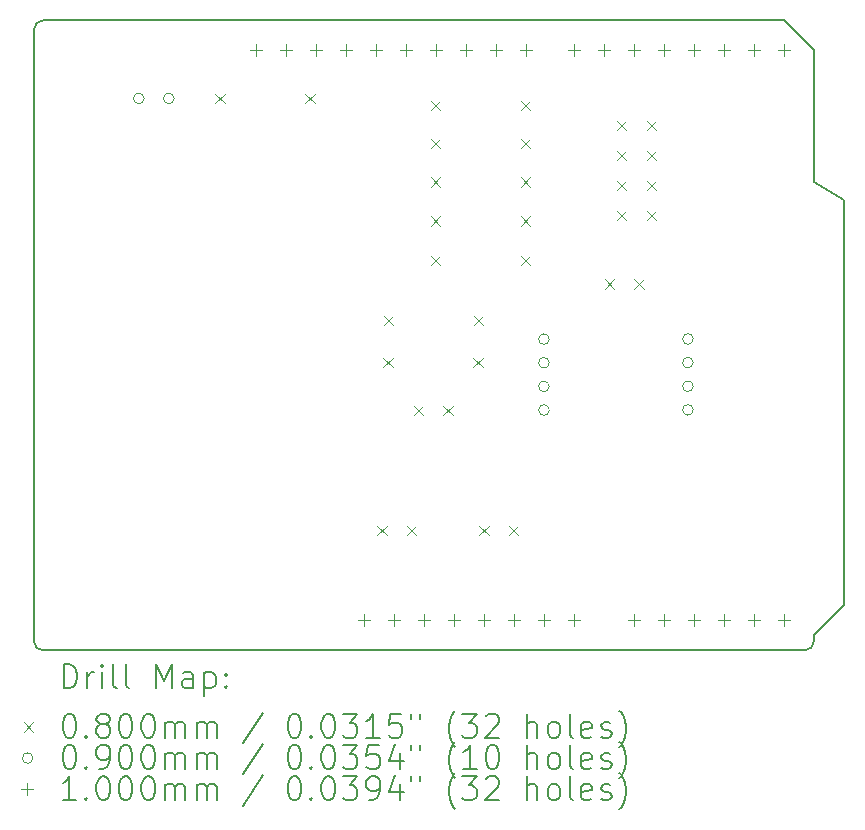
<source format=gbr>
%TF.GenerationSoftware,KiCad,Pcbnew,9.0.0*%
%TF.CreationDate,2025-04-03T14:14:06-04:00*%
%TF.ProjectId,Uno Shield Project,556e6f20-5368-4696-956c-642050726f6a,rev?*%
%TF.SameCoordinates,Original*%
%TF.FileFunction,Drillmap*%
%TF.FilePolarity,Positive*%
%FSLAX45Y45*%
G04 Gerber Fmt 4.5, Leading zero omitted, Abs format (unit mm)*
G04 Created by KiCad (PCBNEW 9.0.0) date 2025-04-03 14:14:06*
%MOMM*%
%LPD*%
G01*
G04 APERTURE LIST*
%ADD10C,0.150000*%
%ADD11C,0.200000*%
%ADD12C,0.100000*%
G04 APERTURE END LIST*
D10*
X10000000Y-9923800D02*
X10000000Y-4742200D01*
X16858000Y-6190000D02*
X16858000Y-9619000D01*
X16527800Y-10000000D02*
X10076200Y-10000000D01*
X10076200Y-4666000D02*
X16350000Y-4666000D01*
X10076200Y-10000000D02*
G75*
G02*
X10000000Y-9923800I0J76200D01*
G01*
X16604000Y-6037600D02*
X16858000Y-6190000D01*
X16858000Y-9619000D02*
X16604000Y-9873000D01*
X16350000Y-4666000D02*
X16604000Y-4920000D01*
X16604000Y-9923800D02*
G75*
G02*
X16527800Y-10000000I-76200J0D01*
G01*
X16604000Y-4920000D02*
X16604000Y-6037600D01*
X16604000Y-9873000D02*
X16604000Y-9923800D01*
X10000000Y-4742200D02*
G75*
G02*
X10076200Y-4666000I76200J0D01*
G01*
D11*
D12*
X11534800Y-5286400D02*
X11614800Y-5366400D01*
X11614800Y-5286400D02*
X11534800Y-5366400D01*
X12296800Y-5286400D02*
X12376800Y-5366400D01*
X12376800Y-5286400D02*
X12296800Y-5366400D01*
X12906400Y-8944000D02*
X12986400Y-9024000D01*
X12986400Y-8944000D02*
X12906400Y-9024000D01*
X12957200Y-7521600D02*
X13037200Y-7601600D01*
X13037200Y-7521600D02*
X12957200Y-7601600D01*
X12961000Y-7166000D02*
X13041000Y-7246000D01*
X13041000Y-7166000D02*
X12961000Y-7246000D01*
X13156400Y-8944000D02*
X13236400Y-9024000D01*
X13236400Y-8944000D02*
X13156400Y-9024000D01*
X13215200Y-7928000D02*
X13295200Y-8008000D01*
X13295200Y-7928000D02*
X13215200Y-8008000D01*
X13358200Y-6658000D02*
X13438200Y-6738000D01*
X13438200Y-6658000D02*
X13358200Y-6738000D01*
X13359000Y-5669000D02*
X13439000Y-5749000D01*
X13439000Y-5669000D02*
X13359000Y-5749000D01*
X13359000Y-5994000D02*
X13439000Y-6074000D01*
X13439000Y-5994000D02*
X13359000Y-6074000D01*
X13359000Y-6326000D02*
X13439000Y-6406000D01*
X13439000Y-6326000D02*
X13359000Y-6406000D01*
X13360000Y-5346000D02*
X13440000Y-5426000D01*
X13440000Y-5346000D02*
X13360000Y-5426000D01*
X13465200Y-7928000D02*
X13545200Y-8008000D01*
X13545200Y-7928000D02*
X13465200Y-8008000D01*
X13719200Y-7521600D02*
X13799200Y-7601600D01*
X13799200Y-7521600D02*
X13719200Y-7601600D01*
X13723000Y-7166000D02*
X13803000Y-7246000D01*
X13803000Y-7166000D02*
X13723000Y-7246000D01*
X13770000Y-8944000D02*
X13850000Y-9024000D01*
X13850000Y-8944000D02*
X13770000Y-9024000D01*
X14020000Y-8944000D02*
X14100000Y-9024000D01*
X14100000Y-8944000D02*
X14020000Y-9024000D01*
X14120200Y-6658000D02*
X14200200Y-6738000D01*
X14200200Y-6658000D02*
X14120200Y-6738000D01*
X14121000Y-5669000D02*
X14201000Y-5749000D01*
X14201000Y-5669000D02*
X14121000Y-5749000D01*
X14121000Y-5994000D02*
X14201000Y-6074000D01*
X14201000Y-5994000D02*
X14121000Y-6074000D01*
X14121000Y-6326000D02*
X14201000Y-6406000D01*
X14201000Y-6326000D02*
X14121000Y-6406000D01*
X14122000Y-5346000D02*
X14202000Y-5426000D01*
X14202000Y-5346000D02*
X14122000Y-5426000D01*
X14835000Y-6858000D02*
X14915000Y-6938000D01*
X14915000Y-6858000D02*
X14835000Y-6938000D01*
X14936000Y-5516000D02*
X15016000Y-5596000D01*
X15016000Y-5516000D02*
X14936000Y-5596000D01*
X14936000Y-5770000D02*
X15016000Y-5850000D01*
X15016000Y-5770000D02*
X14936000Y-5850000D01*
X14936000Y-6024000D02*
X15016000Y-6104000D01*
X15016000Y-6024000D02*
X14936000Y-6104000D01*
X14936000Y-6278000D02*
X15016000Y-6358000D01*
X15016000Y-6278000D02*
X14936000Y-6358000D01*
X15085000Y-6858000D02*
X15165000Y-6938000D01*
X15165000Y-6858000D02*
X15085000Y-6938000D01*
X15190000Y-5516000D02*
X15270000Y-5596000D01*
X15270000Y-5516000D02*
X15190000Y-5596000D01*
X15190000Y-5770000D02*
X15270000Y-5850000D01*
X15270000Y-5770000D02*
X15190000Y-5850000D01*
X15190000Y-6024000D02*
X15270000Y-6104000D01*
X15270000Y-6024000D02*
X15190000Y-6104000D01*
X15190000Y-6278000D02*
X15270000Y-6358000D01*
X15270000Y-6278000D02*
X15190000Y-6358000D01*
X10933500Y-5326400D02*
G75*
G02*
X10843500Y-5326400I-45000J0D01*
G01*
X10843500Y-5326400D02*
G75*
G02*
X10933500Y-5326400I45000J0D01*
G01*
X11187500Y-5326400D02*
G75*
G02*
X11097500Y-5326400I-45000J0D01*
G01*
X11097500Y-5326400D02*
G75*
G02*
X11187500Y-5326400I45000J0D01*
G01*
X14363000Y-7364800D02*
G75*
G02*
X14273000Y-7364800I-45000J0D01*
G01*
X14273000Y-7364800D02*
G75*
G02*
X14363000Y-7364800I45000J0D01*
G01*
X14363000Y-7564800D02*
G75*
G02*
X14273000Y-7564800I-45000J0D01*
G01*
X14273000Y-7564800D02*
G75*
G02*
X14363000Y-7564800I45000J0D01*
G01*
X14363000Y-7764800D02*
G75*
G02*
X14273000Y-7764800I-45000J0D01*
G01*
X14273000Y-7764800D02*
G75*
G02*
X14363000Y-7764800I45000J0D01*
G01*
X14363000Y-7964800D02*
G75*
G02*
X14273000Y-7964800I-45000J0D01*
G01*
X14273000Y-7964800D02*
G75*
G02*
X14363000Y-7964800I45000J0D01*
G01*
X15582200Y-7363200D02*
G75*
G02*
X15492200Y-7363200I-45000J0D01*
G01*
X15492200Y-7363200D02*
G75*
G02*
X15582200Y-7363200I45000J0D01*
G01*
X15582200Y-7563200D02*
G75*
G02*
X15492200Y-7563200I-45000J0D01*
G01*
X15492200Y-7563200D02*
G75*
G02*
X15582200Y-7563200I45000J0D01*
G01*
X15582200Y-7763200D02*
G75*
G02*
X15492200Y-7763200I-45000J0D01*
G01*
X15492200Y-7763200D02*
G75*
G02*
X15582200Y-7763200I45000J0D01*
G01*
X15582200Y-7963200D02*
G75*
G02*
X15492200Y-7963200I-45000J0D01*
G01*
X15492200Y-7963200D02*
G75*
G02*
X15582200Y-7963200I45000J0D01*
G01*
X11879600Y-4870000D02*
X11879600Y-4970000D01*
X11829600Y-4920000D02*
X11929600Y-4920000D01*
X12133600Y-4870000D02*
X12133600Y-4970000D01*
X12083600Y-4920000D02*
X12183600Y-4920000D01*
X12387600Y-4870000D02*
X12387600Y-4970000D01*
X12337600Y-4920000D02*
X12437600Y-4920000D01*
X12641600Y-4870000D02*
X12641600Y-4970000D01*
X12591600Y-4920000D02*
X12691600Y-4920000D01*
X12794000Y-9696000D02*
X12794000Y-9796000D01*
X12744000Y-9746000D02*
X12844000Y-9746000D01*
X12895600Y-4870000D02*
X12895600Y-4970000D01*
X12845600Y-4920000D02*
X12945600Y-4920000D01*
X13048000Y-9696000D02*
X13048000Y-9796000D01*
X12998000Y-9746000D02*
X13098000Y-9746000D01*
X13149600Y-4870000D02*
X13149600Y-4970000D01*
X13099600Y-4920000D02*
X13199600Y-4920000D01*
X13302000Y-9696000D02*
X13302000Y-9796000D01*
X13252000Y-9746000D02*
X13352000Y-9746000D01*
X13403600Y-4870000D02*
X13403600Y-4970000D01*
X13353600Y-4920000D02*
X13453600Y-4920000D01*
X13556000Y-9696000D02*
X13556000Y-9796000D01*
X13506000Y-9746000D02*
X13606000Y-9746000D01*
X13657600Y-4870000D02*
X13657600Y-4970000D01*
X13607600Y-4920000D02*
X13707600Y-4920000D01*
X13810000Y-9696000D02*
X13810000Y-9796000D01*
X13760000Y-9746000D02*
X13860000Y-9746000D01*
X13911600Y-4870000D02*
X13911600Y-4970000D01*
X13861600Y-4920000D02*
X13961600Y-4920000D01*
X14064000Y-9696000D02*
X14064000Y-9796000D01*
X14014000Y-9746000D02*
X14114000Y-9746000D01*
X14165600Y-4870000D02*
X14165600Y-4970000D01*
X14115600Y-4920000D02*
X14215600Y-4920000D01*
X14318000Y-9696000D02*
X14318000Y-9796000D01*
X14268000Y-9746000D02*
X14368000Y-9746000D01*
X14572000Y-4870000D02*
X14572000Y-4970000D01*
X14522000Y-4920000D02*
X14622000Y-4920000D01*
X14572000Y-9696000D02*
X14572000Y-9796000D01*
X14522000Y-9746000D02*
X14622000Y-9746000D01*
X14826000Y-4870000D02*
X14826000Y-4970000D01*
X14776000Y-4920000D02*
X14876000Y-4920000D01*
X15080000Y-4870000D02*
X15080000Y-4970000D01*
X15030000Y-4920000D02*
X15130000Y-4920000D01*
X15080000Y-9696000D02*
X15080000Y-9796000D01*
X15030000Y-9746000D02*
X15130000Y-9746000D01*
X15334000Y-4870000D02*
X15334000Y-4970000D01*
X15284000Y-4920000D02*
X15384000Y-4920000D01*
X15334000Y-9696000D02*
X15334000Y-9796000D01*
X15284000Y-9746000D02*
X15384000Y-9746000D01*
X15588000Y-4870000D02*
X15588000Y-4970000D01*
X15538000Y-4920000D02*
X15638000Y-4920000D01*
X15588000Y-9696000D02*
X15588000Y-9796000D01*
X15538000Y-9746000D02*
X15638000Y-9746000D01*
X15842000Y-4870000D02*
X15842000Y-4970000D01*
X15792000Y-4920000D02*
X15892000Y-4920000D01*
X15842000Y-9696000D02*
X15842000Y-9796000D01*
X15792000Y-9746000D02*
X15892000Y-9746000D01*
X16096000Y-4870000D02*
X16096000Y-4970000D01*
X16046000Y-4920000D02*
X16146000Y-4920000D01*
X16096000Y-9696000D02*
X16096000Y-9796000D01*
X16046000Y-9746000D02*
X16146000Y-9746000D01*
X16350000Y-4870000D02*
X16350000Y-4970000D01*
X16300000Y-4920000D02*
X16400000Y-4920000D01*
X16350000Y-9696000D02*
X16350000Y-9796000D01*
X16300000Y-9746000D02*
X16400000Y-9746000D01*
D11*
X10253277Y-10318984D02*
X10253277Y-10118984D01*
X10253277Y-10118984D02*
X10300896Y-10118984D01*
X10300896Y-10118984D02*
X10329467Y-10128508D01*
X10329467Y-10128508D02*
X10348515Y-10147555D01*
X10348515Y-10147555D02*
X10358039Y-10166603D01*
X10358039Y-10166603D02*
X10367563Y-10204698D01*
X10367563Y-10204698D02*
X10367563Y-10233270D01*
X10367563Y-10233270D02*
X10358039Y-10271365D01*
X10358039Y-10271365D02*
X10348515Y-10290412D01*
X10348515Y-10290412D02*
X10329467Y-10309460D01*
X10329467Y-10309460D02*
X10300896Y-10318984D01*
X10300896Y-10318984D02*
X10253277Y-10318984D01*
X10453277Y-10318984D02*
X10453277Y-10185650D01*
X10453277Y-10223746D02*
X10462801Y-10204698D01*
X10462801Y-10204698D02*
X10472324Y-10195174D01*
X10472324Y-10195174D02*
X10491372Y-10185650D01*
X10491372Y-10185650D02*
X10510420Y-10185650D01*
X10577086Y-10318984D02*
X10577086Y-10185650D01*
X10577086Y-10118984D02*
X10567563Y-10128508D01*
X10567563Y-10128508D02*
X10577086Y-10138031D01*
X10577086Y-10138031D02*
X10586610Y-10128508D01*
X10586610Y-10128508D02*
X10577086Y-10118984D01*
X10577086Y-10118984D02*
X10577086Y-10138031D01*
X10700896Y-10318984D02*
X10681848Y-10309460D01*
X10681848Y-10309460D02*
X10672324Y-10290412D01*
X10672324Y-10290412D02*
X10672324Y-10118984D01*
X10805658Y-10318984D02*
X10786610Y-10309460D01*
X10786610Y-10309460D02*
X10777086Y-10290412D01*
X10777086Y-10290412D02*
X10777086Y-10118984D01*
X11034229Y-10318984D02*
X11034229Y-10118984D01*
X11034229Y-10118984D02*
X11100896Y-10261841D01*
X11100896Y-10261841D02*
X11167563Y-10118984D01*
X11167563Y-10118984D02*
X11167563Y-10318984D01*
X11348515Y-10318984D02*
X11348515Y-10214222D01*
X11348515Y-10214222D02*
X11338991Y-10195174D01*
X11338991Y-10195174D02*
X11319943Y-10185650D01*
X11319943Y-10185650D02*
X11281848Y-10185650D01*
X11281848Y-10185650D02*
X11262801Y-10195174D01*
X11348515Y-10309460D02*
X11329467Y-10318984D01*
X11329467Y-10318984D02*
X11281848Y-10318984D01*
X11281848Y-10318984D02*
X11262801Y-10309460D01*
X11262801Y-10309460D02*
X11253277Y-10290412D01*
X11253277Y-10290412D02*
X11253277Y-10271365D01*
X11253277Y-10271365D02*
X11262801Y-10252317D01*
X11262801Y-10252317D02*
X11281848Y-10242793D01*
X11281848Y-10242793D02*
X11329467Y-10242793D01*
X11329467Y-10242793D02*
X11348515Y-10233270D01*
X11443753Y-10185650D02*
X11443753Y-10385650D01*
X11443753Y-10195174D02*
X11462801Y-10185650D01*
X11462801Y-10185650D02*
X11500896Y-10185650D01*
X11500896Y-10185650D02*
X11519943Y-10195174D01*
X11519943Y-10195174D02*
X11529467Y-10204698D01*
X11529467Y-10204698D02*
X11538991Y-10223746D01*
X11538991Y-10223746D02*
X11538991Y-10280889D01*
X11538991Y-10280889D02*
X11529467Y-10299936D01*
X11529467Y-10299936D02*
X11519943Y-10309460D01*
X11519943Y-10309460D02*
X11500896Y-10318984D01*
X11500896Y-10318984D02*
X11462801Y-10318984D01*
X11462801Y-10318984D02*
X11443753Y-10309460D01*
X11624705Y-10299936D02*
X11634229Y-10309460D01*
X11634229Y-10309460D02*
X11624705Y-10318984D01*
X11624705Y-10318984D02*
X11615182Y-10309460D01*
X11615182Y-10309460D02*
X11624705Y-10299936D01*
X11624705Y-10299936D02*
X11624705Y-10318984D01*
X11624705Y-10195174D02*
X11634229Y-10204698D01*
X11634229Y-10204698D02*
X11624705Y-10214222D01*
X11624705Y-10214222D02*
X11615182Y-10204698D01*
X11615182Y-10204698D02*
X11624705Y-10195174D01*
X11624705Y-10195174D02*
X11624705Y-10214222D01*
D12*
X9912500Y-10607500D02*
X9992500Y-10687500D01*
X9992500Y-10607500D02*
X9912500Y-10687500D01*
D11*
X10291372Y-10538984D02*
X10310420Y-10538984D01*
X10310420Y-10538984D02*
X10329467Y-10548508D01*
X10329467Y-10548508D02*
X10338991Y-10558031D01*
X10338991Y-10558031D02*
X10348515Y-10577079D01*
X10348515Y-10577079D02*
X10358039Y-10615174D01*
X10358039Y-10615174D02*
X10358039Y-10662793D01*
X10358039Y-10662793D02*
X10348515Y-10700889D01*
X10348515Y-10700889D02*
X10338991Y-10719936D01*
X10338991Y-10719936D02*
X10329467Y-10729460D01*
X10329467Y-10729460D02*
X10310420Y-10738984D01*
X10310420Y-10738984D02*
X10291372Y-10738984D01*
X10291372Y-10738984D02*
X10272324Y-10729460D01*
X10272324Y-10729460D02*
X10262801Y-10719936D01*
X10262801Y-10719936D02*
X10253277Y-10700889D01*
X10253277Y-10700889D02*
X10243753Y-10662793D01*
X10243753Y-10662793D02*
X10243753Y-10615174D01*
X10243753Y-10615174D02*
X10253277Y-10577079D01*
X10253277Y-10577079D02*
X10262801Y-10558031D01*
X10262801Y-10558031D02*
X10272324Y-10548508D01*
X10272324Y-10548508D02*
X10291372Y-10538984D01*
X10443753Y-10719936D02*
X10453277Y-10729460D01*
X10453277Y-10729460D02*
X10443753Y-10738984D01*
X10443753Y-10738984D02*
X10434229Y-10729460D01*
X10434229Y-10729460D02*
X10443753Y-10719936D01*
X10443753Y-10719936D02*
X10443753Y-10738984D01*
X10567563Y-10624698D02*
X10548515Y-10615174D01*
X10548515Y-10615174D02*
X10538991Y-10605650D01*
X10538991Y-10605650D02*
X10529467Y-10586603D01*
X10529467Y-10586603D02*
X10529467Y-10577079D01*
X10529467Y-10577079D02*
X10538991Y-10558031D01*
X10538991Y-10558031D02*
X10548515Y-10548508D01*
X10548515Y-10548508D02*
X10567563Y-10538984D01*
X10567563Y-10538984D02*
X10605658Y-10538984D01*
X10605658Y-10538984D02*
X10624705Y-10548508D01*
X10624705Y-10548508D02*
X10634229Y-10558031D01*
X10634229Y-10558031D02*
X10643753Y-10577079D01*
X10643753Y-10577079D02*
X10643753Y-10586603D01*
X10643753Y-10586603D02*
X10634229Y-10605650D01*
X10634229Y-10605650D02*
X10624705Y-10615174D01*
X10624705Y-10615174D02*
X10605658Y-10624698D01*
X10605658Y-10624698D02*
X10567563Y-10624698D01*
X10567563Y-10624698D02*
X10548515Y-10634222D01*
X10548515Y-10634222D02*
X10538991Y-10643746D01*
X10538991Y-10643746D02*
X10529467Y-10662793D01*
X10529467Y-10662793D02*
X10529467Y-10700889D01*
X10529467Y-10700889D02*
X10538991Y-10719936D01*
X10538991Y-10719936D02*
X10548515Y-10729460D01*
X10548515Y-10729460D02*
X10567563Y-10738984D01*
X10567563Y-10738984D02*
X10605658Y-10738984D01*
X10605658Y-10738984D02*
X10624705Y-10729460D01*
X10624705Y-10729460D02*
X10634229Y-10719936D01*
X10634229Y-10719936D02*
X10643753Y-10700889D01*
X10643753Y-10700889D02*
X10643753Y-10662793D01*
X10643753Y-10662793D02*
X10634229Y-10643746D01*
X10634229Y-10643746D02*
X10624705Y-10634222D01*
X10624705Y-10634222D02*
X10605658Y-10624698D01*
X10767563Y-10538984D02*
X10786610Y-10538984D01*
X10786610Y-10538984D02*
X10805658Y-10548508D01*
X10805658Y-10548508D02*
X10815182Y-10558031D01*
X10815182Y-10558031D02*
X10824705Y-10577079D01*
X10824705Y-10577079D02*
X10834229Y-10615174D01*
X10834229Y-10615174D02*
X10834229Y-10662793D01*
X10834229Y-10662793D02*
X10824705Y-10700889D01*
X10824705Y-10700889D02*
X10815182Y-10719936D01*
X10815182Y-10719936D02*
X10805658Y-10729460D01*
X10805658Y-10729460D02*
X10786610Y-10738984D01*
X10786610Y-10738984D02*
X10767563Y-10738984D01*
X10767563Y-10738984D02*
X10748515Y-10729460D01*
X10748515Y-10729460D02*
X10738991Y-10719936D01*
X10738991Y-10719936D02*
X10729467Y-10700889D01*
X10729467Y-10700889D02*
X10719944Y-10662793D01*
X10719944Y-10662793D02*
X10719944Y-10615174D01*
X10719944Y-10615174D02*
X10729467Y-10577079D01*
X10729467Y-10577079D02*
X10738991Y-10558031D01*
X10738991Y-10558031D02*
X10748515Y-10548508D01*
X10748515Y-10548508D02*
X10767563Y-10538984D01*
X10958039Y-10538984D02*
X10977086Y-10538984D01*
X10977086Y-10538984D02*
X10996134Y-10548508D01*
X10996134Y-10548508D02*
X11005658Y-10558031D01*
X11005658Y-10558031D02*
X11015182Y-10577079D01*
X11015182Y-10577079D02*
X11024705Y-10615174D01*
X11024705Y-10615174D02*
X11024705Y-10662793D01*
X11024705Y-10662793D02*
X11015182Y-10700889D01*
X11015182Y-10700889D02*
X11005658Y-10719936D01*
X11005658Y-10719936D02*
X10996134Y-10729460D01*
X10996134Y-10729460D02*
X10977086Y-10738984D01*
X10977086Y-10738984D02*
X10958039Y-10738984D01*
X10958039Y-10738984D02*
X10938991Y-10729460D01*
X10938991Y-10729460D02*
X10929467Y-10719936D01*
X10929467Y-10719936D02*
X10919944Y-10700889D01*
X10919944Y-10700889D02*
X10910420Y-10662793D01*
X10910420Y-10662793D02*
X10910420Y-10615174D01*
X10910420Y-10615174D02*
X10919944Y-10577079D01*
X10919944Y-10577079D02*
X10929467Y-10558031D01*
X10929467Y-10558031D02*
X10938991Y-10548508D01*
X10938991Y-10548508D02*
X10958039Y-10538984D01*
X11110420Y-10738984D02*
X11110420Y-10605650D01*
X11110420Y-10624698D02*
X11119944Y-10615174D01*
X11119944Y-10615174D02*
X11138991Y-10605650D01*
X11138991Y-10605650D02*
X11167563Y-10605650D01*
X11167563Y-10605650D02*
X11186610Y-10615174D01*
X11186610Y-10615174D02*
X11196134Y-10634222D01*
X11196134Y-10634222D02*
X11196134Y-10738984D01*
X11196134Y-10634222D02*
X11205658Y-10615174D01*
X11205658Y-10615174D02*
X11224705Y-10605650D01*
X11224705Y-10605650D02*
X11253277Y-10605650D01*
X11253277Y-10605650D02*
X11272324Y-10615174D01*
X11272324Y-10615174D02*
X11281848Y-10634222D01*
X11281848Y-10634222D02*
X11281848Y-10738984D01*
X11377086Y-10738984D02*
X11377086Y-10605650D01*
X11377086Y-10624698D02*
X11386610Y-10615174D01*
X11386610Y-10615174D02*
X11405658Y-10605650D01*
X11405658Y-10605650D02*
X11434229Y-10605650D01*
X11434229Y-10605650D02*
X11453277Y-10615174D01*
X11453277Y-10615174D02*
X11462801Y-10634222D01*
X11462801Y-10634222D02*
X11462801Y-10738984D01*
X11462801Y-10634222D02*
X11472324Y-10615174D01*
X11472324Y-10615174D02*
X11491372Y-10605650D01*
X11491372Y-10605650D02*
X11519943Y-10605650D01*
X11519943Y-10605650D02*
X11538991Y-10615174D01*
X11538991Y-10615174D02*
X11548515Y-10634222D01*
X11548515Y-10634222D02*
X11548515Y-10738984D01*
X11938991Y-10529460D02*
X11767563Y-10786603D01*
X12196134Y-10538984D02*
X12215182Y-10538984D01*
X12215182Y-10538984D02*
X12234229Y-10548508D01*
X12234229Y-10548508D02*
X12243753Y-10558031D01*
X12243753Y-10558031D02*
X12253277Y-10577079D01*
X12253277Y-10577079D02*
X12262801Y-10615174D01*
X12262801Y-10615174D02*
X12262801Y-10662793D01*
X12262801Y-10662793D02*
X12253277Y-10700889D01*
X12253277Y-10700889D02*
X12243753Y-10719936D01*
X12243753Y-10719936D02*
X12234229Y-10729460D01*
X12234229Y-10729460D02*
X12215182Y-10738984D01*
X12215182Y-10738984D02*
X12196134Y-10738984D01*
X12196134Y-10738984D02*
X12177086Y-10729460D01*
X12177086Y-10729460D02*
X12167563Y-10719936D01*
X12167563Y-10719936D02*
X12158039Y-10700889D01*
X12158039Y-10700889D02*
X12148515Y-10662793D01*
X12148515Y-10662793D02*
X12148515Y-10615174D01*
X12148515Y-10615174D02*
X12158039Y-10577079D01*
X12158039Y-10577079D02*
X12167563Y-10558031D01*
X12167563Y-10558031D02*
X12177086Y-10548508D01*
X12177086Y-10548508D02*
X12196134Y-10538984D01*
X12348515Y-10719936D02*
X12358039Y-10729460D01*
X12358039Y-10729460D02*
X12348515Y-10738984D01*
X12348515Y-10738984D02*
X12338991Y-10729460D01*
X12338991Y-10729460D02*
X12348515Y-10719936D01*
X12348515Y-10719936D02*
X12348515Y-10738984D01*
X12481848Y-10538984D02*
X12500896Y-10538984D01*
X12500896Y-10538984D02*
X12519944Y-10548508D01*
X12519944Y-10548508D02*
X12529467Y-10558031D01*
X12529467Y-10558031D02*
X12538991Y-10577079D01*
X12538991Y-10577079D02*
X12548515Y-10615174D01*
X12548515Y-10615174D02*
X12548515Y-10662793D01*
X12548515Y-10662793D02*
X12538991Y-10700889D01*
X12538991Y-10700889D02*
X12529467Y-10719936D01*
X12529467Y-10719936D02*
X12519944Y-10729460D01*
X12519944Y-10729460D02*
X12500896Y-10738984D01*
X12500896Y-10738984D02*
X12481848Y-10738984D01*
X12481848Y-10738984D02*
X12462801Y-10729460D01*
X12462801Y-10729460D02*
X12453277Y-10719936D01*
X12453277Y-10719936D02*
X12443753Y-10700889D01*
X12443753Y-10700889D02*
X12434229Y-10662793D01*
X12434229Y-10662793D02*
X12434229Y-10615174D01*
X12434229Y-10615174D02*
X12443753Y-10577079D01*
X12443753Y-10577079D02*
X12453277Y-10558031D01*
X12453277Y-10558031D02*
X12462801Y-10548508D01*
X12462801Y-10548508D02*
X12481848Y-10538984D01*
X12615182Y-10538984D02*
X12738991Y-10538984D01*
X12738991Y-10538984D02*
X12672325Y-10615174D01*
X12672325Y-10615174D02*
X12700896Y-10615174D01*
X12700896Y-10615174D02*
X12719944Y-10624698D01*
X12719944Y-10624698D02*
X12729467Y-10634222D01*
X12729467Y-10634222D02*
X12738991Y-10653270D01*
X12738991Y-10653270D02*
X12738991Y-10700889D01*
X12738991Y-10700889D02*
X12729467Y-10719936D01*
X12729467Y-10719936D02*
X12719944Y-10729460D01*
X12719944Y-10729460D02*
X12700896Y-10738984D01*
X12700896Y-10738984D02*
X12643753Y-10738984D01*
X12643753Y-10738984D02*
X12624706Y-10729460D01*
X12624706Y-10729460D02*
X12615182Y-10719936D01*
X12929467Y-10738984D02*
X12815182Y-10738984D01*
X12872325Y-10738984D02*
X12872325Y-10538984D01*
X12872325Y-10538984D02*
X12853277Y-10567555D01*
X12853277Y-10567555D02*
X12834229Y-10586603D01*
X12834229Y-10586603D02*
X12815182Y-10596127D01*
X13110420Y-10538984D02*
X13015182Y-10538984D01*
X13015182Y-10538984D02*
X13005658Y-10634222D01*
X13005658Y-10634222D02*
X13015182Y-10624698D01*
X13015182Y-10624698D02*
X13034229Y-10615174D01*
X13034229Y-10615174D02*
X13081848Y-10615174D01*
X13081848Y-10615174D02*
X13100896Y-10624698D01*
X13100896Y-10624698D02*
X13110420Y-10634222D01*
X13110420Y-10634222D02*
X13119944Y-10653270D01*
X13119944Y-10653270D02*
X13119944Y-10700889D01*
X13119944Y-10700889D02*
X13110420Y-10719936D01*
X13110420Y-10719936D02*
X13100896Y-10729460D01*
X13100896Y-10729460D02*
X13081848Y-10738984D01*
X13081848Y-10738984D02*
X13034229Y-10738984D01*
X13034229Y-10738984D02*
X13015182Y-10729460D01*
X13015182Y-10729460D02*
X13005658Y-10719936D01*
X13196134Y-10538984D02*
X13196134Y-10577079D01*
X13272325Y-10538984D02*
X13272325Y-10577079D01*
X13567563Y-10815174D02*
X13558039Y-10805650D01*
X13558039Y-10805650D02*
X13538991Y-10777079D01*
X13538991Y-10777079D02*
X13529468Y-10758031D01*
X13529468Y-10758031D02*
X13519944Y-10729460D01*
X13519944Y-10729460D02*
X13510420Y-10681841D01*
X13510420Y-10681841D02*
X13510420Y-10643746D01*
X13510420Y-10643746D02*
X13519944Y-10596127D01*
X13519944Y-10596127D02*
X13529468Y-10567555D01*
X13529468Y-10567555D02*
X13538991Y-10548508D01*
X13538991Y-10548508D02*
X13558039Y-10519936D01*
X13558039Y-10519936D02*
X13567563Y-10510412D01*
X13624706Y-10538984D02*
X13748515Y-10538984D01*
X13748515Y-10538984D02*
X13681848Y-10615174D01*
X13681848Y-10615174D02*
X13710420Y-10615174D01*
X13710420Y-10615174D02*
X13729468Y-10624698D01*
X13729468Y-10624698D02*
X13738991Y-10634222D01*
X13738991Y-10634222D02*
X13748515Y-10653270D01*
X13748515Y-10653270D02*
X13748515Y-10700889D01*
X13748515Y-10700889D02*
X13738991Y-10719936D01*
X13738991Y-10719936D02*
X13729468Y-10729460D01*
X13729468Y-10729460D02*
X13710420Y-10738984D01*
X13710420Y-10738984D02*
X13653277Y-10738984D01*
X13653277Y-10738984D02*
X13634229Y-10729460D01*
X13634229Y-10729460D02*
X13624706Y-10719936D01*
X13824706Y-10558031D02*
X13834229Y-10548508D01*
X13834229Y-10548508D02*
X13853277Y-10538984D01*
X13853277Y-10538984D02*
X13900896Y-10538984D01*
X13900896Y-10538984D02*
X13919944Y-10548508D01*
X13919944Y-10548508D02*
X13929468Y-10558031D01*
X13929468Y-10558031D02*
X13938991Y-10577079D01*
X13938991Y-10577079D02*
X13938991Y-10596127D01*
X13938991Y-10596127D02*
X13929468Y-10624698D01*
X13929468Y-10624698D02*
X13815182Y-10738984D01*
X13815182Y-10738984D02*
X13938991Y-10738984D01*
X14177087Y-10738984D02*
X14177087Y-10538984D01*
X14262801Y-10738984D02*
X14262801Y-10634222D01*
X14262801Y-10634222D02*
X14253277Y-10615174D01*
X14253277Y-10615174D02*
X14234230Y-10605650D01*
X14234230Y-10605650D02*
X14205658Y-10605650D01*
X14205658Y-10605650D02*
X14186610Y-10615174D01*
X14186610Y-10615174D02*
X14177087Y-10624698D01*
X14386610Y-10738984D02*
X14367563Y-10729460D01*
X14367563Y-10729460D02*
X14358039Y-10719936D01*
X14358039Y-10719936D02*
X14348515Y-10700889D01*
X14348515Y-10700889D02*
X14348515Y-10643746D01*
X14348515Y-10643746D02*
X14358039Y-10624698D01*
X14358039Y-10624698D02*
X14367563Y-10615174D01*
X14367563Y-10615174D02*
X14386610Y-10605650D01*
X14386610Y-10605650D02*
X14415182Y-10605650D01*
X14415182Y-10605650D02*
X14434230Y-10615174D01*
X14434230Y-10615174D02*
X14443753Y-10624698D01*
X14443753Y-10624698D02*
X14453277Y-10643746D01*
X14453277Y-10643746D02*
X14453277Y-10700889D01*
X14453277Y-10700889D02*
X14443753Y-10719936D01*
X14443753Y-10719936D02*
X14434230Y-10729460D01*
X14434230Y-10729460D02*
X14415182Y-10738984D01*
X14415182Y-10738984D02*
X14386610Y-10738984D01*
X14567563Y-10738984D02*
X14548515Y-10729460D01*
X14548515Y-10729460D02*
X14538991Y-10710412D01*
X14538991Y-10710412D02*
X14538991Y-10538984D01*
X14719944Y-10729460D02*
X14700896Y-10738984D01*
X14700896Y-10738984D02*
X14662801Y-10738984D01*
X14662801Y-10738984D02*
X14643753Y-10729460D01*
X14643753Y-10729460D02*
X14634230Y-10710412D01*
X14634230Y-10710412D02*
X14634230Y-10634222D01*
X14634230Y-10634222D02*
X14643753Y-10615174D01*
X14643753Y-10615174D02*
X14662801Y-10605650D01*
X14662801Y-10605650D02*
X14700896Y-10605650D01*
X14700896Y-10605650D02*
X14719944Y-10615174D01*
X14719944Y-10615174D02*
X14729468Y-10634222D01*
X14729468Y-10634222D02*
X14729468Y-10653270D01*
X14729468Y-10653270D02*
X14634230Y-10672317D01*
X14805658Y-10729460D02*
X14824706Y-10738984D01*
X14824706Y-10738984D02*
X14862801Y-10738984D01*
X14862801Y-10738984D02*
X14881849Y-10729460D01*
X14881849Y-10729460D02*
X14891372Y-10710412D01*
X14891372Y-10710412D02*
X14891372Y-10700889D01*
X14891372Y-10700889D02*
X14881849Y-10681841D01*
X14881849Y-10681841D02*
X14862801Y-10672317D01*
X14862801Y-10672317D02*
X14834230Y-10672317D01*
X14834230Y-10672317D02*
X14815182Y-10662793D01*
X14815182Y-10662793D02*
X14805658Y-10643746D01*
X14805658Y-10643746D02*
X14805658Y-10634222D01*
X14805658Y-10634222D02*
X14815182Y-10615174D01*
X14815182Y-10615174D02*
X14834230Y-10605650D01*
X14834230Y-10605650D02*
X14862801Y-10605650D01*
X14862801Y-10605650D02*
X14881849Y-10615174D01*
X14958039Y-10815174D02*
X14967563Y-10805650D01*
X14967563Y-10805650D02*
X14986611Y-10777079D01*
X14986611Y-10777079D02*
X14996134Y-10758031D01*
X14996134Y-10758031D02*
X15005658Y-10729460D01*
X15005658Y-10729460D02*
X15015182Y-10681841D01*
X15015182Y-10681841D02*
X15015182Y-10643746D01*
X15015182Y-10643746D02*
X15005658Y-10596127D01*
X15005658Y-10596127D02*
X14996134Y-10567555D01*
X14996134Y-10567555D02*
X14986611Y-10548508D01*
X14986611Y-10548508D02*
X14967563Y-10519936D01*
X14967563Y-10519936D02*
X14958039Y-10510412D01*
D12*
X9992500Y-10911500D02*
G75*
G02*
X9902500Y-10911500I-45000J0D01*
G01*
X9902500Y-10911500D02*
G75*
G02*
X9992500Y-10911500I45000J0D01*
G01*
D11*
X10291372Y-10802984D02*
X10310420Y-10802984D01*
X10310420Y-10802984D02*
X10329467Y-10812508D01*
X10329467Y-10812508D02*
X10338991Y-10822031D01*
X10338991Y-10822031D02*
X10348515Y-10841079D01*
X10348515Y-10841079D02*
X10358039Y-10879174D01*
X10358039Y-10879174D02*
X10358039Y-10926793D01*
X10358039Y-10926793D02*
X10348515Y-10964889D01*
X10348515Y-10964889D02*
X10338991Y-10983936D01*
X10338991Y-10983936D02*
X10329467Y-10993460D01*
X10329467Y-10993460D02*
X10310420Y-11002984D01*
X10310420Y-11002984D02*
X10291372Y-11002984D01*
X10291372Y-11002984D02*
X10272324Y-10993460D01*
X10272324Y-10993460D02*
X10262801Y-10983936D01*
X10262801Y-10983936D02*
X10253277Y-10964889D01*
X10253277Y-10964889D02*
X10243753Y-10926793D01*
X10243753Y-10926793D02*
X10243753Y-10879174D01*
X10243753Y-10879174D02*
X10253277Y-10841079D01*
X10253277Y-10841079D02*
X10262801Y-10822031D01*
X10262801Y-10822031D02*
X10272324Y-10812508D01*
X10272324Y-10812508D02*
X10291372Y-10802984D01*
X10443753Y-10983936D02*
X10453277Y-10993460D01*
X10453277Y-10993460D02*
X10443753Y-11002984D01*
X10443753Y-11002984D02*
X10434229Y-10993460D01*
X10434229Y-10993460D02*
X10443753Y-10983936D01*
X10443753Y-10983936D02*
X10443753Y-11002984D01*
X10548515Y-11002984D02*
X10586610Y-11002984D01*
X10586610Y-11002984D02*
X10605658Y-10993460D01*
X10605658Y-10993460D02*
X10615182Y-10983936D01*
X10615182Y-10983936D02*
X10634229Y-10955365D01*
X10634229Y-10955365D02*
X10643753Y-10917270D01*
X10643753Y-10917270D02*
X10643753Y-10841079D01*
X10643753Y-10841079D02*
X10634229Y-10822031D01*
X10634229Y-10822031D02*
X10624705Y-10812508D01*
X10624705Y-10812508D02*
X10605658Y-10802984D01*
X10605658Y-10802984D02*
X10567563Y-10802984D01*
X10567563Y-10802984D02*
X10548515Y-10812508D01*
X10548515Y-10812508D02*
X10538991Y-10822031D01*
X10538991Y-10822031D02*
X10529467Y-10841079D01*
X10529467Y-10841079D02*
X10529467Y-10888698D01*
X10529467Y-10888698D02*
X10538991Y-10907746D01*
X10538991Y-10907746D02*
X10548515Y-10917270D01*
X10548515Y-10917270D02*
X10567563Y-10926793D01*
X10567563Y-10926793D02*
X10605658Y-10926793D01*
X10605658Y-10926793D02*
X10624705Y-10917270D01*
X10624705Y-10917270D02*
X10634229Y-10907746D01*
X10634229Y-10907746D02*
X10643753Y-10888698D01*
X10767563Y-10802984D02*
X10786610Y-10802984D01*
X10786610Y-10802984D02*
X10805658Y-10812508D01*
X10805658Y-10812508D02*
X10815182Y-10822031D01*
X10815182Y-10822031D02*
X10824705Y-10841079D01*
X10824705Y-10841079D02*
X10834229Y-10879174D01*
X10834229Y-10879174D02*
X10834229Y-10926793D01*
X10834229Y-10926793D02*
X10824705Y-10964889D01*
X10824705Y-10964889D02*
X10815182Y-10983936D01*
X10815182Y-10983936D02*
X10805658Y-10993460D01*
X10805658Y-10993460D02*
X10786610Y-11002984D01*
X10786610Y-11002984D02*
X10767563Y-11002984D01*
X10767563Y-11002984D02*
X10748515Y-10993460D01*
X10748515Y-10993460D02*
X10738991Y-10983936D01*
X10738991Y-10983936D02*
X10729467Y-10964889D01*
X10729467Y-10964889D02*
X10719944Y-10926793D01*
X10719944Y-10926793D02*
X10719944Y-10879174D01*
X10719944Y-10879174D02*
X10729467Y-10841079D01*
X10729467Y-10841079D02*
X10738991Y-10822031D01*
X10738991Y-10822031D02*
X10748515Y-10812508D01*
X10748515Y-10812508D02*
X10767563Y-10802984D01*
X10958039Y-10802984D02*
X10977086Y-10802984D01*
X10977086Y-10802984D02*
X10996134Y-10812508D01*
X10996134Y-10812508D02*
X11005658Y-10822031D01*
X11005658Y-10822031D02*
X11015182Y-10841079D01*
X11015182Y-10841079D02*
X11024705Y-10879174D01*
X11024705Y-10879174D02*
X11024705Y-10926793D01*
X11024705Y-10926793D02*
X11015182Y-10964889D01*
X11015182Y-10964889D02*
X11005658Y-10983936D01*
X11005658Y-10983936D02*
X10996134Y-10993460D01*
X10996134Y-10993460D02*
X10977086Y-11002984D01*
X10977086Y-11002984D02*
X10958039Y-11002984D01*
X10958039Y-11002984D02*
X10938991Y-10993460D01*
X10938991Y-10993460D02*
X10929467Y-10983936D01*
X10929467Y-10983936D02*
X10919944Y-10964889D01*
X10919944Y-10964889D02*
X10910420Y-10926793D01*
X10910420Y-10926793D02*
X10910420Y-10879174D01*
X10910420Y-10879174D02*
X10919944Y-10841079D01*
X10919944Y-10841079D02*
X10929467Y-10822031D01*
X10929467Y-10822031D02*
X10938991Y-10812508D01*
X10938991Y-10812508D02*
X10958039Y-10802984D01*
X11110420Y-11002984D02*
X11110420Y-10869650D01*
X11110420Y-10888698D02*
X11119944Y-10879174D01*
X11119944Y-10879174D02*
X11138991Y-10869650D01*
X11138991Y-10869650D02*
X11167563Y-10869650D01*
X11167563Y-10869650D02*
X11186610Y-10879174D01*
X11186610Y-10879174D02*
X11196134Y-10898222D01*
X11196134Y-10898222D02*
X11196134Y-11002984D01*
X11196134Y-10898222D02*
X11205658Y-10879174D01*
X11205658Y-10879174D02*
X11224705Y-10869650D01*
X11224705Y-10869650D02*
X11253277Y-10869650D01*
X11253277Y-10869650D02*
X11272324Y-10879174D01*
X11272324Y-10879174D02*
X11281848Y-10898222D01*
X11281848Y-10898222D02*
X11281848Y-11002984D01*
X11377086Y-11002984D02*
X11377086Y-10869650D01*
X11377086Y-10888698D02*
X11386610Y-10879174D01*
X11386610Y-10879174D02*
X11405658Y-10869650D01*
X11405658Y-10869650D02*
X11434229Y-10869650D01*
X11434229Y-10869650D02*
X11453277Y-10879174D01*
X11453277Y-10879174D02*
X11462801Y-10898222D01*
X11462801Y-10898222D02*
X11462801Y-11002984D01*
X11462801Y-10898222D02*
X11472324Y-10879174D01*
X11472324Y-10879174D02*
X11491372Y-10869650D01*
X11491372Y-10869650D02*
X11519943Y-10869650D01*
X11519943Y-10869650D02*
X11538991Y-10879174D01*
X11538991Y-10879174D02*
X11548515Y-10898222D01*
X11548515Y-10898222D02*
X11548515Y-11002984D01*
X11938991Y-10793460D02*
X11767563Y-11050603D01*
X12196134Y-10802984D02*
X12215182Y-10802984D01*
X12215182Y-10802984D02*
X12234229Y-10812508D01*
X12234229Y-10812508D02*
X12243753Y-10822031D01*
X12243753Y-10822031D02*
X12253277Y-10841079D01*
X12253277Y-10841079D02*
X12262801Y-10879174D01*
X12262801Y-10879174D02*
X12262801Y-10926793D01*
X12262801Y-10926793D02*
X12253277Y-10964889D01*
X12253277Y-10964889D02*
X12243753Y-10983936D01*
X12243753Y-10983936D02*
X12234229Y-10993460D01*
X12234229Y-10993460D02*
X12215182Y-11002984D01*
X12215182Y-11002984D02*
X12196134Y-11002984D01*
X12196134Y-11002984D02*
X12177086Y-10993460D01*
X12177086Y-10993460D02*
X12167563Y-10983936D01*
X12167563Y-10983936D02*
X12158039Y-10964889D01*
X12158039Y-10964889D02*
X12148515Y-10926793D01*
X12148515Y-10926793D02*
X12148515Y-10879174D01*
X12148515Y-10879174D02*
X12158039Y-10841079D01*
X12158039Y-10841079D02*
X12167563Y-10822031D01*
X12167563Y-10822031D02*
X12177086Y-10812508D01*
X12177086Y-10812508D02*
X12196134Y-10802984D01*
X12348515Y-10983936D02*
X12358039Y-10993460D01*
X12358039Y-10993460D02*
X12348515Y-11002984D01*
X12348515Y-11002984D02*
X12338991Y-10993460D01*
X12338991Y-10993460D02*
X12348515Y-10983936D01*
X12348515Y-10983936D02*
X12348515Y-11002984D01*
X12481848Y-10802984D02*
X12500896Y-10802984D01*
X12500896Y-10802984D02*
X12519944Y-10812508D01*
X12519944Y-10812508D02*
X12529467Y-10822031D01*
X12529467Y-10822031D02*
X12538991Y-10841079D01*
X12538991Y-10841079D02*
X12548515Y-10879174D01*
X12548515Y-10879174D02*
X12548515Y-10926793D01*
X12548515Y-10926793D02*
X12538991Y-10964889D01*
X12538991Y-10964889D02*
X12529467Y-10983936D01*
X12529467Y-10983936D02*
X12519944Y-10993460D01*
X12519944Y-10993460D02*
X12500896Y-11002984D01*
X12500896Y-11002984D02*
X12481848Y-11002984D01*
X12481848Y-11002984D02*
X12462801Y-10993460D01*
X12462801Y-10993460D02*
X12453277Y-10983936D01*
X12453277Y-10983936D02*
X12443753Y-10964889D01*
X12443753Y-10964889D02*
X12434229Y-10926793D01*
X12434229Y-10926793D02*
X12434229Y-10879174D01*
X12434229Y-10879174D02*
X12443753Y-10841079D01*
X12443753Y-10841079D02*
X12453277Y-10822031D01*
X12453277Y-10822031D02*
X12462801Y-10812508D01*
X12462801Y-10812508D02*
X12481848Y-10802984D01*
X12615182Y-10802984D02*
X12738991Y-10802984D01*
X12738991Y-10802984D02*
X12672325Y-10879174D01*
X12672325Y-10879174D02*
X12700896Y-10879174D01*
X12700896Y-10879174D02*
X12719944Y-10888698D01*
X12719944Y-10888698D02*
X12729467Y-10898222D01*
X12729467Y-10898222D02*
X12738991Y-10917270D01*
X12738991Y-10917270D02*
X12738991Y-10964889D01*
X12738991Y-10964889D02*
X12729467Y-10983936D01*
X12729467Y-10983936D02*
X12719944Y-10993460D01*
X12719944Y-10993460D02*
X12700896Y-11002984D01*
X12700896Y-11002984D02*
X12643753Y-11002984D01*
X12643753Y-11002984D02*
X12624706Y-10993460D01*
X12624706Y-10993460D02*
X12615182Y-10983936D01*
X12919944Y-10802984D02*
X12824706Y-10802984D01*
X12824706Y-10802984D02*
X12815182Y-10898222D01*
X12815182Y-10898222D02*
X12824706Y-10888698D01*
X12824706Y-10888698D02*
X12843753Y-10879174D01*
X12843753Y-10879174D02*
X12891372Y-10879174D01*
X12891372Y-10879174D02*
X12910420Y-10888698D01*
X12910420Y-10888698D02*
X12919944Y-10898222D01*
X12919944Y-10898222D02*
X12929467Y-10917270D01*
X12929467Y-10917270D02*
X12929467Y-10964889D01*
X12929467Y-10964889D02*
X12919944Y-10983936D01*
X12919944Y-10983936D02*
X12910420Y-10993460D01*
X12910420Y-10993460D02*
X12891372Y-11002984D01*
X12891372Y-11002984D02*
X12843753Y-11002984D01*
X12843753Y-11002984D02*
X12824706Y-10993460D01*
X12824706Y-10993460D02*
X12815182Y-10983936D01*
X13100896Y-10869650D02*
X13100896Y-11002984D01*
X13053277Y-10793460D02*
X13005658Y-10936317D01*
X13005658Y-10936317D02*
X13129467Y-10936317D01*
X13196134Y-10802984D02*
X13196134Y-10841079D01*
X13272325Y-10802984D02*
X13272325Y-10841079D01*
X13567563Y-11079174D02*
X13558039Y-11069650D01*
X13558039Y-11069650D02*
X13538991Y-11041079D01*
X13538991Y-11041079D02*
X13529468Y-11022031D01*
X13529468Y-11022031D02*
X13519944Y-10993460D01*
X13519944Y-10993460D02*
X13510420Y-10945841D01*
X13510420Y-10945841D02*
X13510420Y-10907746D01*
X13510420Y-10907746D02*
X13519944Y-10860127D01*
X13519944Y-10860127D02*
X13529468Y-10831555D01*
X13529468Y-10831555D02*
X13538991Y-10812508D01*
X13538991Y-10812508D02*
X13558039Y-10783936D01*
X13558039Y-10783936D02*
X13567563Y-10774412D01*
X13748515Y-11002984D02*
X13634229Y-11002984D01*
X13691372Y-11002984D02*
X13691372Y-10802984D01*
X13691372Y-10802984D02*
X13672325Y-10831555D01*
X13672325Y-10831555D02*
X13653277Y-10850603D01*
X13653277Y-10850603D02*
X13634229Y-10860127D01*
X13872325Y-10802984D02*
X13891372Y-10802984D01*
X13891372Y-10802984D02*
X13910420Y-10812508D01*
X13910420Y-10812508D02*
X13919944Y-10822031D01*
X13919944Y-10822031D02*
X13929468Y-10841079D01*
X13929468Y-10841079D02*
X13938991Y-10879174D01*
X13938991Y-10879174D02*
X13938991Y-10926793D01*
X13938991Y-10926793D02*
X13929468Y-10964889D01*
X13929468Y-10964889D02*
X13919944Y-10983936D01*
X13919944Y-10983936D02*
X13910420Y-10993460D01*
X13910420Y-10993460D02*
X13891372Y-11002984D01*
X13891372Y-11002984D02*
X13872325Y-11002984D01*
X13872325Y-11002984D02*
X13853277Y-10993460D01*
X13853277Y-10993460D02*
X13843753Y-10983936D01*
X13843753Y-10983936D02*
X13834229Y-10964889D01*
X13834229Y-10964889D02*
X13824706Y-10926793D01*
X13824706Y-10926793D02*
X13824706Y-10879174D01*
X13824706Y-10879174D02*
X13834229Y-10841079D01*
X13834229Y-10841079D02*
X13843753Y-10822031D01*
X13843753Y-10822031D02*
X13853277Y-10812508D01*
X13853277Y-10812508D02*
X13872325Y-10802984D01*
X14177087Y-11002984D02*
X14177087Y-10802984D01*
X14262801Y-11002984D02*
X14262801Y-10898222D01*
X14262801Y-10898222D02*
X14253277Y-10879174D01*
X14253277Y-10879174D02*
X14234230Y-10869650D01*
X14234230Y-10869650D02*
X14205658Y-10869650D01*
X14205658Y-10869650D02*
X14186610Y-10879174D01*
X14186610Y-10879174D02*
X14177087Y-10888698D01*
X14386610Y-11002984D02*
X14367563Y-10993460D01*
X14367563Y-10993460D02*
X14358039Y-10983936D01*
X14358039Y-10983936D02*
X14348515Y-10964889D01*
X14348515Y-10964889D02*
X14348515Y-10907746D01*
X14348515Y-10907746D02*
X14358039Y-10888698D01*
X14358039Y-10888698D02*
X14367563Y-10879174D01*
X14367563Y-10879174D02*
X14386610Y-10869650D01*
X14386610Y-10869650D02*
X14415182Y-10869650D01*
X14415182Y-10869650D02*
X14434230Y-10879174D01*
X14434230Y-10879174D02*
X14443753Y-10888698D01*
X14443753Y-10888698D02*
X14453277Y-10907746D01*
X14453277Y-10907746D02*
X14453277Y-10964889D01*
X14453277Y-10964889D02*
X14443753Y-10983936D01*
X14443753Y-10983936D02*
X14434230Y-10993460D01*
X14434230Y-10993460D02*
X14415182Y-11002984D01*
X14415182Y-11002984D02*
X14386610Y-11002984D01*
X14567563Y-11002984D02*
X14548515Y-10993460D01*
X14548515Y-10993460D02*
X14538991Y-10974412D01*
X14538991Y-10974412D02*
X14538991Y-10802984D01*
X14719944Y-10993460D02*
X14700896Y-11002984D01*
X14700896Y-11002984D02*
X14662801Y-11002984D01*
X14662801Y-11002984D02*
X14643753Y-10993460D01*
X14643753Y-10993460D02*
X14634230Y-10974412D01*
X14634230Y-10974412D02*
X14634230Y-10898222D01*
X14634230Y-10898222D02*
X14643753Y-10879174D01*
X14643753Y-10879174D02*
X14662801Y-10869650D01*
X14662801Y-10869650D02*
X14700896Y-10869650D01*
X14700896Y-10869650D02*
X14719944Y-10879174D01*
X14719944Y-10879174D02*
X14729468Y-10898222D01*
X14729468Y-10898222D02*
X14729468Y-10917270D01*
X14729468Y-10917270D02*
X14634230Y-10936317D01*
X14805658Y-10993460D02*
X14824706Y-11002984D01*
X14824706Y-11002984D02*
X14862801Y-11002984D01*
X14862801Y-11002984D02*
X14881849Y-10993460D01*
X14881849Y-10993460D02*
X14891372Y-10974412D01*
X14891372Y-10974412D02*
X14891372Y-10964889D01*
X14891372Y-10964889D02*
X14881849Y-10945841D01*
X14881849Y-10945841D02*
X14862801Y-10936317D01*
X14862801Y-10936317D02*
X14834230Y-10936317D01*
X14834230Y-10936317D02*
X14815182Y-10926793D01*
X14815182Y-10926793D02*
X14805658Y-10907746D01*
X14805658Y-10907746D02*
X14805658Y-10898222D01*
X14805658Y-10898222D02*
X14815182Y-10879174D01*
X14815182Y-10879174D02*
X14834230Y-10869650D01*
X14834230Y-10869650D02*
X14862801Y-10869650D01*
X14862801Y-10869650D02*
X14881849Y-10879174D01*
X14958039Y-11079174D02*
X14967563Y-11069650D01*
X14967563Y-11069650D02*
X14986611Y-11041079D01*
X14986611Y-11041079D02*
X14996134Y-11022031D01*
X14996134Y-11022031D02*
X15005658Y-10993460D01*
X15005658Y-10993460D02*
X15015182Y-10945841D01*
X15015182Y-10945841D02*
X15015182Y-10907746D01*
X15015182Y-10907746D02*
X15005658Y-10860127D01*
X15005658Y-10860127D02*
X14996134Y-10831555D01*
X14996134Y-10831555D02*
X14986611Y-10812508D01*
X14986611Y-10812508D02*
X14967563Y-10783936D01*
X14967563Y-10783936D02*
X14958039Y-10774412D01*
D12*
X9942500Y-11125500D02*
X9942500Y-11225500D01*
X9892500Y-11175500D02*
X9992500Y-11175500D01*
D11*
X10358039Y-11266984D02*
X10243753Y-11266984D01*
X10300896Y-11266984D02*
X10300896Y-11066984D01*
X10300896Y-11066984D02*
X10281848Y-11095555D01*
X10281848Y-11095555D02*
X10262801Y-11114603D01*
X10262801Y-11114603D02*
X10243753Y-11124127D01*
X10443753Y-11247936D02*
X10453277Y-11257460D01*
X10453277Y-11257460D02*
X10443753Y-11266984D01*
X10443753Y-11266984D02*
X10434229Y-11257460D01*
X10434229Y-11257460D02*
X10443753Y-11247936D01*
X10443753Y-11247936D02*
X10443753Y-11266984D01*
X10577086Y-11066984D02*
X10596134Y-11066984D01*
X10596134Y-11066984D02*
X10615182Y-11076508D01*
X10615182Y-11076508D02*
X10624705Y-11086031D01*
X10624705Y-11086031D02*
X10634229Y-11105079D01*
X10634229Y-11105079D02*
X10643753Y-11143174D01*
X10643753Y-11143174D02*
X10643753Y-11190793D01*
X10643753Y-11190793D02*
X10634229Y-11228888D01*
X10634229Y-11228888D02*
X10624705Y-11247936D01*
X10624705Y-11247936D02*
X10615182Y-11257460D01*
X10615182Y-11257460D02*
X10596134Y-11266984D01*
X10596134Y-11266984D02*
X10577086Y-11266984D01*
X10577086Y-11266984D02*
X10558039Y-11257460D01*
X10558039Y-11257460D02*
X10548515Y-11247936D01*
X10548515Y-11247936D02*
X10538991Y-11228888D01*
X10538991Y-11228888D02*
X10529467Y-11190793D01*
X10529467Y-11190793D02*
X10529467Y-11143174D01*
X10529467Y-11143174D02*
X10538991Y-11105079D01*
X10538991Y-11105079D02*
X10548515Y-11086031D01*
X10548515Y-11086031D02*
X10558039Y-11076508D01*
X10558039Y-11076508D02*
X10577086Y-11066984D01*
X10767563Y-11066984D02*
X10786610Y-11066984D01*
X10786610Y-11066984D02*
X10805658Y-11076508D01*
X10805658Y-11076508D02*
X10815182Y-11086031D01*
X10815182Y-11086031D02*
X10824705Y-11105079D01*
X10824705Y-11105079D02*
X10834229Y-11143174D01*
X10834229Y-11143174D02*
X10834229Y-11190793D01*
X10834229Y-11190793D02*
X10824705Y-11228888D01*
X10824705Y-11228888D02*
X10815182Y-11247936D01*
X10815182Y-11247936D02*
X10805658Y-11257460D01*
X10805658Y-11257460D02*
X10786610Y-11266984D01*
X10786610Y-11266984D02*
X10767563Y-11266984D01*
X10767563Y-11266984D02*
X10748515Y-11257460D01*
X10748515Y-11257460D02*
X10738991Y-11247936D01*
X10738991Y-11247936D02*
X10729467Y-11228888D01*
X10729467Y-11228888D02*
X10719944Y-11190793D01*
X10719944Y-11190793D02*
X10719944Y-11143174D01*
X10719944Y-11143174D02*
X10729467Y-11105079D01*
X10729467Y-11105079D02*
X10738991Y-11086031D01*
X10738991Y-11086031D02*
X10748515Y-11076508D01*
X10748515Y-11076508D02*
X10767563Y-11066984D01*
X10958039Y-11066984D02*
X10977086Y-11066984D01*
X10977086Y-11066984D02*
X10996134Y-11076508D01*
X10996134Y-11076508D02*
X11005658Y-11086031D01*
X11005658Y-11086031D02*
X11015182Y-11105079D01*
X11015182Y-11105079D02*
X11024705Y-11143174D01*
X11024705Y-11143174D02*
X11024705Y-11190793D01*
X11024705Y-11190793D02*
X11015182Y-11228888D01*
X11015182Y-11228888D02*
X11005658Y-11247936D01*
X11005658Y-11247936D02*
X10996134Y-11257460D01*
X10996134Y-11257460D02*
X10977086Y-11266984D01*
X10977086Y-11266984D02*
X10958039Y-11266984D01*
X10958039Y-11266984D02*
X10938991Y-11257460D01*
X10938991Y-11257460D02*
X10929467Y-11247936D01*
X10929467Y-11247936D02*
X10919944Y-11228888D01*
X10919944Y-11228888D02*
X10910420Y-11190793D01*
X10910420Y-11190793D02*
X10910420Y-11143174D01*
X10910420Y-11143174D02*
X10919944Y-11105079D01*
X10919944Y-11105079D02*
X10929467Y-11086031D01*
X10929467Y-11086031D02*
X10938991Y-11076508D01*
X10938991Y-11076508D02*
X10958039Y-11066984D01*
X11110420Y-11266984D02*
X11110420Y-11133650D01*
X11110420Y-11152698D02*
X11119944Y-11143174D01*
X11119944Y-11143174D02*
X11138991Y-11133650D01*
X11138991Y-11133650D02*
X11167563Y-11133650D01*
X11167563Y-11133650D02*
X11186610Y-11143174D01*
X11186610Y-11143174D02*
X11196134Y-11162222D01*
X11196134Y-11162222D02*
X11196134Y-11266984D01*
X11196134Y-11162222D02*
X11205658Y-11143174D01*
X11205658Y-11143174D02*
X11224705Y-11133650D01*
X11224705Y-11133650D02*
X11253277Y-11133650D01*
X11253277Y-11133650D02*
X11272324Y-11143174D01*
X11272324Y-11143174D02*
X11281848Y-11162222D01*
X11281848Y-11162222D02*
X11281848Y-11266984D01*
X11377086Y-11266984D02*
X11377086Y-11133650D01*
X11377086Y-11152698D02*
X11386610Y-11143174D01*
X11386610Y-11143174D02*
X11405658Y-11133650D01*
X11405658Y-11133650D02*
X11434229Y-11133650D01*
X11434229Y-11133650D02*
X11453277Y-11143174D01*
X11453277Y-11143174D02*
X11462801Y-11162222D01*
X11462801Y-11162222D02*
X11462801Y-11266984D01*
X11462801Y-11162222D02*
X11472324Y-11143174D01*
X11472324Y-11143174D02*
X11491372Y-11133650D01*
X11491372Y-11133650D02*
X11519943Y-11133650D01*
X11519943Y-11133650D02*
X11538991Y-11143174D01*
X11538991Y-11143174D02*
X11548515Y-11162222D01*
X11548515Y-11162222D02*
X11548515Y-11266984D01*
X11938991Y-11057460D02*
X11767563Y-11314603D01*
X12196134Y-11066984D02*
X12215182Y-11066984D01*
X12215182Y-11066984D02*
X12234229Y-11076508D01*
X12234229Y-11076508D02*
X12243753Y-11086031D01*
X12243753Y-11086031D02*
X12253277Y-11105079D01*
X12253277Y-11105079D02*
X12262801Y-11143174D01*
X12262801Y-11143174D02*
X12262801Y-11190793D01*
X12262801Y-11190793D02*
X12253277Y-11228888D01*
X12253277Y-11228888D02*
X12243753Y-11247936D01*
X12243753Y-11247936D02*
X12234229Y-11257460D01*
X12234229Y-11257460D02*
X12215182Y-11266984D01*
X12215182Y-11266984D02*
X12196134Y-11266984D01*
X12196134Y-11266984D02*
X12177086Y-11257460D01*
X12177086Y-11257460D02*
X12167563Y-11247936D01*
X12167563Y-11247936D02*
X12158039Y-11228888D01*
X12158039Y-11228888D02*
X12148515Y-11190793D01*
X12148515Y-11190793D02*
X12148515Y-11143174D01*
X12148515Y-11143174D02*
X12158039Y-11105079D01*
X12158039Y-11105079D02*
X12167563Y-11086031D01*
X12167563Y-11086031D02*
X12177086Y-11076508D01*
X12177086Y-11076508D02*
X12196134Y-11066984D01*
X12348515Y-11247936D02*
X12358039Y-11257460D01*
X12358039Y-11257460D02*
X12348515Y-11266984D01*
X12348515Y-11266984D02*
X12338991Y-11257460D01*
X12338991Y-11257460D02*
X12348515Y-11247936D01*
X12348515Y-11247936D02*
X12348515Y-11266984D01*
X12481848Y-11066984D02*
X12500896Y-11066984D01*
X12500896Y-11066984D02*
X12519944Y-11076508D01*
X12519944Y-11076508D02*
X12529467Y-11086031D01*
X12529467Y-11086031D02*
X12538991Y-11105079D01*
X12538991Y-11105079D02*
X12548515Y-11143174D01*
X12548515Y-11143174D02*
X12548515Y-11190793D01*
X12548515Y-11190793D02*
X12538991Y-11228888D01*
X12538991Y-11228888D02*
X12529467Y-11247936D01*
X12529467Y-11247936D02*
X12519944Y-11257460D01*
X12519944Y-11257460D02*
X12500896Y-11266984D01*
X12500896Y-11266984D02*
X12481848Y-11266984D01*
X12481848Y-11266984D02*
X12462801Y-11257460D01*
X12462801Y-11257460D02*
X12453277Y-11247936D01*
X12453277Y-11247936D02*
X12443753Y-11228888D01*
X12443753Y-11228888D02*
X12434229Y-11190793D01*
X12434229Y-11190793D02*
X12434229Y-11143174D01*
X12434229Y-11143174D02*
X12443753Y-11105079D01*
X12443753Y-11105079D02*
X12453277Y-11086031D01*
X12453277Y-11086031D02*
X12462801Y-11076508D01*
X12462801Y-11076508D02*
X12481848Y-11066984D01*
X12615182Y-11066984D02*
X12738991Y-11066984D01*
X12738991Y-11066984D02*
X12672325Y-11143174D01*
X12672325Y-11143174D02*
X12700896Y-11143174D01*
X12700896Y-11143174D02*
X12719944Y-11152698D01*
X12719944Y-11152698D02*
X12729467Y-11162222D01*
X12729467Y-11162222D02*
X12738991Y-11181270D01*
X12738991Y-11181270D02*
X12738991Y-11228888D01*
X12738991Y-11228888D02*
X12729467Y-11247936D01*
X12729467Y-11247936D02*
X12719944Y-11257460D01*
X12719944Y-11257460D02*
X12700896Y-11266984D01*
X12700896Y-11266984D02*
X12643753Y-11266984D01*
X12643753Y-11266984D02*
X12624706Y-11257460D01*
X12624706Y-11257460D02*
X12615182Y-11247936D01*
X12834229Y-11266984D02*
X12872325Y-11266984D01*
X12872325Y-11266984D02*
X12891372Y-11257460D01*
X12891372Y-11257460D02*
X12900896Y-11247936D01*
X12900896Y-11247936D02*
X12919944Y-11219365D01*
X12919944Y-11219365D02*
X12929467Y-11181270D01*
X12929467Y-11181270D02*
X12929467Y-11105079D01*
X12929467Y-11105079D02*
X12919944Y-11086031D01*
X12919944Y-11086031D02*
X12910420Y-11076508D01*
X12910420Y-11076508D02*
X12891372Y-11066984D01*
X12891372Y-11066984D02*
X12853277Y-11066984D01*
X12853277Y-11066984D02*
X12834229Y-11076508D01*
X12834229Y-11076508D02*
X12824706Y-11086031D01*
X12824706Y-11086031D02*
X12815182Y-11105079D01*
X12815182Y-11105079D02*
X12815182Y-11152698D01*
X12815182Y-11152698D02*
X12824706Y-11171746D01*
X12824706Y-11171746D02*
X12834229Y-11181270D01*
X12834229Y-11181270D02*
X12853277Y-11190793D01*
X12853277Y-11190793D02*
X12891372Y-11190793D01*
X12891372Y-11190793D02*
X12910420Y-11181270D01*
X12910420Y-11181270D02*
X12919944Y-11171746D01*
X12919944Y-11171746D02*
X12929467Y-11152698D01*
X13100896Y-11133650D02*
X13100896Y-11266984D01*
X13053277Y-11057460D02*
X13005658Y-11200317D01*
X13005658Y-11200317D02*
X13129467Y-11200317D01*
X13196134Y-11066984D02*
X13196134Y-11105079D01*
X13272325Y-11066984D02*
X13272325Y-11105079D01*
X13567563Y-11343174D02*
X13558039Y-11333650D01*
X13558039Y-11333650D02*
X13538991Y-11305079D01*
X13538991Y-11305079D02*
X13529468Y-11286031D01*
X13529468Y-11286031D02*
X13519944Y-11257460D01*
X13519944Y-11257460D02*
X13510420Y-11209841D01*
X13510420Y-11209841D02*
X13510420Y-11171746D01*
X13510420Y-11171746D02*
X13519944Y-11124127D01*
X13519944Y-11124127D02*
X13529468Y-11095555D01*
X13529468Y-11095555D02*
X13538991Y-11076508D01*
X13538991Y-11076508D02*
X13558039Y-11047936D01*
X13558039Y-11047936D02*
X13567563Y-11038412D01*
X13624706Y-11066984D02*
X13748515Y-11066984D01*
X13748515Y-11066984D02*
X13681848Y-11143174D01*
X13681848Y-11143174D02*
X13710420Y-11143174D01*
X13710420Y-11143174D02*
X13729468Y-11152698D01*
X13729468Y-11152698D02*
X13738991Y-11162222D01*
X13738991Y-11162222D02*
X13748515Y-11181270D01*
X13748515Y-11181270D02*
X13748515Y-11228888D01*
X13748515Y-11228888D02*
X13738991Y-11247936D01*
X13738991Y-11247936D02*
X13729468Y-11257460D01*
X13729468Y-11257460D02*
X13710420Y-11266984D01*
X13710420Y-11266984D02*
X13653277Y-11266984D01*
X13653277Y-11266984D02*
X13634229Y-11257460D01*
X13634229Y-11257460D02*
X13624706Y-11247936D01*
X13824706Y-11086031D02*
X13834229Y-11076508D01*
X13834229Y-11076508D02*
X13853277Y-11066984D01*
X13853277Y-11066984D02*
X13900896Y-11066984D01*
X13900896Y-11066984D02*
X13919944Y-11076508D01*
X13919944Y-11076508D02*
X13929468Y-11086031D01*
X13929468Y-11086031D02*
X13938991Y-11105079D01*
X13938991Y-11105079D02*
X13938991Y-11124127D01*
X13938991Y-11124127D02*
X13929468Y-11152698D01*
X13929468Y-11152698D02*
X13815182Y-11266984D01*
X13815182Y-11266984D02*
X13938991Y-11266984D01*
X14177087Y-11266984D02*
X14177087Y-11066984D01*
X14262801Y-11266984D02*
X14262801Y-11162222D01*
X14262801Y-11162222D02*
X14253277Y-11143174D01*
X14253277Y-11143174D02*
X14234230Y-11133650D01*
X14234230Y-11133650D02*
X14205658Y-11133650D01*
X14205658Y-11133650D02*
X14186610Y-11143174D01*
X14186610Y-11143174D02*
X14177087Y-11152698D01*
X14386610Y-11266984D02*
X14367563Y-11257460D01*
X14367563Y-11257460D02*
X14358039Y-11247936D01*
X14358039Y-11247936D02*
X14348515Y-11228888D01*
X14348515Y-11228888D02*
X14348515Y-11171746D01*
X14348515Y-11171746D02*
X14358039Y-11152698D01*
X14358039Y-11152698D02*
X14367563Y-11143174D01*
X14367563Y-11143174D02*
X14386610Y-11133650D01*
X14386610Y-11133650D02*
X14415182Y-11133650D01*
X14415182Y-11133650D02*
X14434230Y-11143174D01*
X14434230Y-11143174D02*
X14443753Y-11152698D01*
X14443753Y-11152698D02*
X14453277Y-11171746D01*
X14453277Y-11171746D02*
X14453277Y-11228888D01*
X14453277Y-11228888D02*
X14443753Y-11247936D01*
X14443753Y-11247936D02*
X14434230Y-11257460D01*
X14434230Y-11257460D02*
X14415182Y-11266984D01*
X14415182Y-11266984D02*
X14386610Y-11266984D01*
X14567563Y-11266984D02*
X14548515Y-11257460D01*
X14548515Y-11257460D02*
X14538991Y-11238412D01*
X14538991Y-11238412D02*
X14538991Y-11066984D01*
X14719944Y-11257460D02*
X14700896Y-11266984D01*
X14700896Y-11266984D02*
X14662801Y-11266984D01*
X14662801Y-11266984D02*
X14643753Y-11257460D01*
X14643753Y-11257460D02*
X14634230Y-11238412D01*
X14634230Y-11238412D02*
X14634230Y-11162222D01*
X14634230Y-11162222D02*
X14643753Y-11143174D01*
X14643753Y-11143174D02*
X14662801Y-11133650D01*
X14662801Y-11133650D02*
X14700896Y-11133650D01*
X14700896Y-11133650D02*
X14719944Y-11143174D01*
X14719944Y-11143174D02*
X14729468Y-11162222D01*
X14729468Y-11162222D02*
X14729468Y-11181270D01*
X14729468Y-11181270D02*
X14634230Y-11200317D01*
X14805658Y-11257460D02*
X14824706Y-11266984D01*
X14824706Y-11266984D02*
X14862801Y-11266984D01*
X14862801Y-11266984D02*
X14881849Y-11257460D01*
X14881849Y-11257460D02*
X14891372Y-11238412D01*
X14891372Y-11238412D02*
X14891372Y-11228888D01*
X14891372Y-11228888D02*
X14881849Y-11209841D01*
X14881849Y-11209841D02*
X14862801Y-11200317D01*
X14862801Y-11200317D02*
X14834230Y-11200317D01*
X14834230Y-11200317D02*
X14815182Y-11190793D01*
X14815182Y-11190793D02*
X14805658Y-11171746D01*
X14805658Y-11171746D02*
X14805658Y-11162222D01*
X14805658Y-11162222D02*
X14815182Y-11143174D01*
X14815182Y-11143174D02*
X14834230Y-11133650D01*
X14834230Y-11133650D02*
X14862801Y-11133650D01*
X14862801Y-11133650D02*
X14881849Y-11143174D01*
X14958039Y-11343174D02*
X14967563Y-11333650D01*
X14967563Y-11333650D02*
X14986611Y-11305079D01*
X14986611Y-11305079D02*
X14996134Y-11286031D01*
X14996134Y-11286031D02*
X15005658Y-11257460D01*
X15005658Y-11257460D02*
X15015182Y-11209841D01*
X15015182Y-11209841D02*
X15015182Y-11171746D01*
X15015182Y-11171746D02*
X15005658Y-11124127D01*
X15005658Y-11124127D02*
X14996134Y-11095555D01*
X14996134Y-11095555D02*
X14986611Y-11076508D01*
X14986611Y-11076508D02*
X14967563Y-11047936D01*
X14967563Y-11047936D02*
X14958039Y-11038412D01*
M02*

</source>
